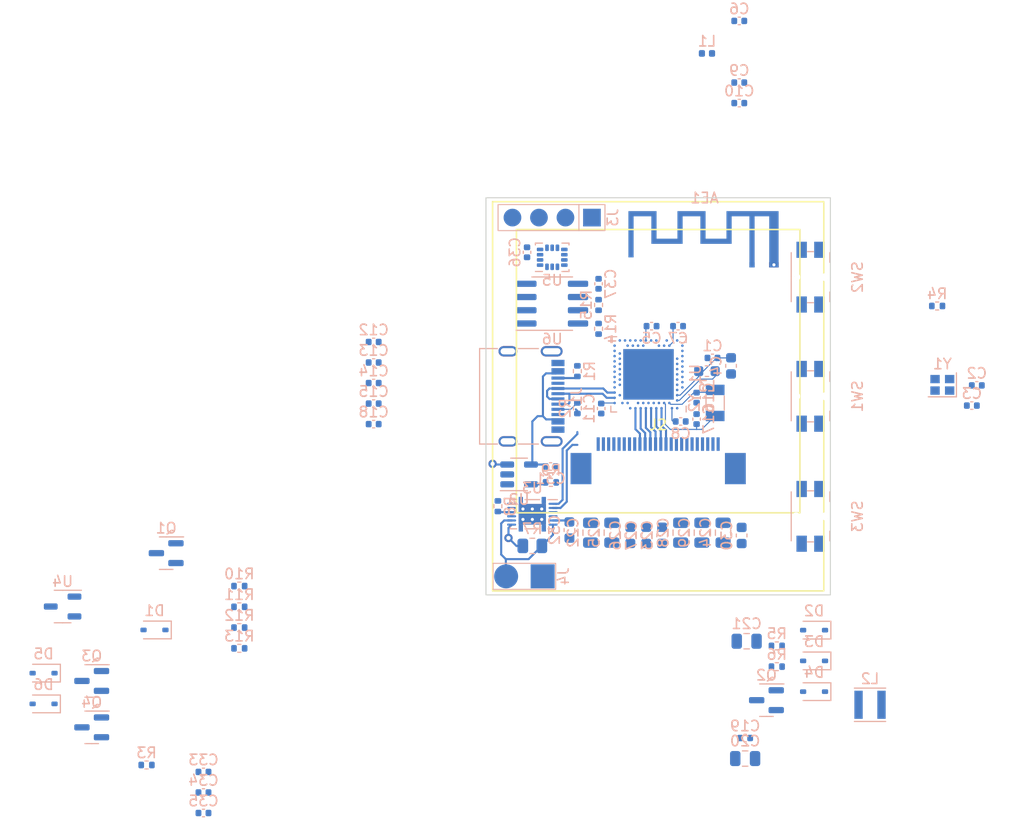
<source format=kicad_pcb>
(kicad_pcb (version 20221018) (generator pcbnew)
  (layers (0 "F.Cu" signal) (31 "B.Cu" signal) (34 "B.Paste" user) (35 "F.Paste" user) (36 "B.SilkS" user "B.Silkscreen") (37 "F.SilkS" user "F.Silkscreen") (38 "B.Mask" user) (39 "F.Mask" user) (44 "Edge.Cuts" user))
  (net 0 "")
  (net 1 "GND")
  (net 2 "Net-(U1-XC1)")
  (net 3 "Net-(U1-XC2)")
  (net 4 "Net-(U1-XL1{slash}P0.00)")
  (net 5 "Net-(U1-XL2{slash}P0.01)")
  (net 6 "VBUS")
  (net 8 "Net-(D2-K)")
  (net 9 "/PREVGL")
  (net 10 "/PREVGH")
  (net 11 "Net-(D4-A)")
  (net 14 "/GDR")
  (net 15 "/RESE")
  (net 16 "Net-(J2-Pin_4)")
  (net 17 "Net-(J2-Pin_5)")
  (net 18 "/EINK_BUSY")
  (net 19 "/EINK_RES")
  (net 20 "/EINK_DC")
  (net 21 "/EINK_CS")
  (net 22 "/EINK_SCLK")
  (net 23 "/EINK_SDI")
  (net 24 "Net-(J2-Pin_18)")
  (net 25 "Net-(J2-Pin_19)")
  (net 26 "Net-(J2-Pin_20)")
  (net 27 "Net-(J2-Pin_22)")
  (net 28 "Net-(J2-Pin_24)")
  (net 29 "/~{RESET}")
  (net 30 "+BATT")
  (net 31 "Net-(J1-CC2)")
  (net 32 "Net-(J1-CC1)")
  (net 36 "Net-(U1-DECUSB)")
  (net 41 "/USB_DN")
  (net 42 "/USB_DP")
  (net 43 "Net-(U1-DCC)")
  (net 44 "Net-(U1-DEC4)")
  (net 47 "Net-(U1-DEC1)")
  (net 48 "Net-(U1-DEC3)")
  (net 49 "Net-(U1-ANT)")
  (net 52 "Net-(U1-DEC5)")
  (net 64 "Net-(AE1-FEED)")
  (net 65 "/SWDIO")
  (net 66 "/SWDCLK")
  (net 72 "Net-(U3-V_{DD})")
  (net 73 "Net-(D5-K)")
  (net 74 "Net-(D5-A)")
  (net 75 "/POWER_BUTTON")
  (net 76 "+3V3")
  (net 77 "Net-(Q1-D)")
  (net 78 "/POWER_LATCH")
  (net 79 "Net-(U3-BIN)")
  (net 80 "Net-(U2-PROG)")
  (net 81 "/VBUS_PRESENT")
  (net 82 "/SDA")
  (net 83 "/SCL")
  (net 84 "/IMU_INT")
  (net 85 "/RTC_INT")
  (net 96 "/UP_BUTTON")
  (net 97 "/DOWN_BUTTON")
  (net 103 "Net-(D1-K)")
  (net 104 "Net-(J4-Pin_2)")
  (footprint "Capacitor_SMD:C_0805_2012Metric" (layer "B.Cu") (at 103.124 114.046 -90)
    (fp_text reference "C28")
    (fp_text value "4u7")
  )
  (footprint "Capacitor_SMD:C_0402_1005Metric" (layer "B.Cu") (at 57.3725 140.938 180)
    (fp_text reference "C35")
    (fp_text value "1u")
  )
  (footprint "Capacitor_SMD:C_0402_1005Metric" (layer "B.Cu") (at 73.688 101.662 180)
    (fp_text reference "C15")
    (fp_text value "100n")
  )
  (footprint "Capacitor_SMD:C_0402_1005Metric" (layer "B.Cu") (at 108.739 70.866 180)
    (fp_text reference "C9")
    (fp_text value "0p8")
  )
  (footprint "Capacitor_SMD:C_0402_1005Metric" (layer "B.Cu") (at 88.392 87.15 -90)
    (fp_text reference "C36")
    (fp_text value "1u")
  )
  (footprint "local:1.54_Epaper_Display" (layer "B.Cu") (at 100.965 107.95 180)
    (fp_text reference "J2")
    (fp_text value "1.54 E-INK")
  )
  (footprint "Capacitor_SMD:C_0603_1608Metric" (layer "B.Cu") (at 92.456 113.792 -90)
    (fp_text reference "C32")
    (fp_text value "470n")
  )
  (footprint "Inductor_SMD:L_0603_1608Metric" (layer "B.Cu") (at 105.6385 98.552)
    (fp_text reference "L3")
    (fp_text value "15u")
  )
  (footprint "local:Battery Pads" (layer "B.Cu") (at 88.138 118.237 90)
    (fp_text reference "J4")
    (fp_text value "Battery")
  )
  (footprint "Capacitor_SMD:C_0402_1005Metric" (layer "B.Cu") (at 106.172 97.282 180)
    (fp_text reference "C1")
    (fp_text value "1u")
  )
  (footprint "Package_TO_SOT_SMD:SOT-23-3" (layer "B.Cu") (at 43.8675 121.13 180)
    (fp_text reference "U4")
    (fp_text value "XC6206PxxxMR")
  )
  (footprint "Package_LGA:LGA-14_3x2.5mm_P0.5mm_LayoutBorder3x4y" (layer "B.Cu") (at 90.805 87.63)
    (fp_text reference "U5")
    (fp_text value "LSM6DS3")
  )
  (footprint "Capacitor_SMD:C_0402_1005Metric" (layer "B.Cu") (at 73.688 99.692 180)
    (fp_text reference "C14")
    (fp_text value "100n")
  )
  (footprint "Resistor_SMD:R_0402_1005Metric" (layer "B.Cu") (at 90.678 109.22 180)
    (fp_text reference "R9")
    (fp_text value "2K2")
  )
  (footprint "Capacitor_SMD:C_0402_1005Metric" (layer "B.Cu") (at 131.5125 99.918 180)
    (fp_text reference "C2")
    (fp_text value "12p")
  )
  (footprint "Capacitor_SMD:C_0402_1005Metric" (layer "B.Cu") (at 95.25 90.17 90)
    (fp_text reference "C37")
    (fp_text value "1u")
  )
  (footprint "Package_SO:SOIC-8_3.9x4.9mm_P1.27mm" (layer "B.Cu") (at 90.805 92.075)
    (fp_text reference "U6")
    (fp_text value "DS3231MZ")
  )
  (footprint "Capacitor_SMD:C_0402_1005Metric" (layer "B.Cu") (at 73.688 97.722 180)
    (fp_text reference "C13")
    (fp_text value "4u7")
  )
  (footprint "Resistor_SMD:R_0805_2012Metric" (layer "B.Cu") (at 88.9 115.316 180)
    (fp_text reference "R7")
    (fp_text value "R01 1%")
  )
  (footprint "Resistor_SMD:R_0402_1005Metric" (layer "B.Cu") (at 93.218 98.55 90)
    (fp_text reference "R1")
    (fp_text value "5K1")
  )
  (footprint "Capacitor_SMD:C_0402_1005Metric" (layer "B.Cu") (at 104.648 101.092 90)
    (fp_text reference "C16")
    (fp_text value "6p8")
  )
  (footprint "RF_Antenna:Texas_SWRA117D_2.4GHz_Right" (layer "B.Cu") (at 109.96 88.35 180)
    (fp_text reference "AE1")
    (fp_text value "Antenna_PCB")
  )
  (footprint "Crystal:Crystal_SMD_2016-4Pin_2.0x1.6mm" (layer "B.Cu") (at 128.208 99.864 180)
    (fp_text reference "Y1")
    (fp_text value "32MHz 8pF ±10ppm")
  )
  (footprint "Package_TO_SOT_SMD:SOT-23" (layer "B.Cu") (at 46.6575 132.72 180)
    (fp_text reference "Q4")
    (fp_text value "AO3401A")
  )
  (footprint "Button_Switch_SMD:Panasonic_EVQPUL_EVQPUC" (layer "B.Cu") (at 115.57 100.965 90)
    (fp_text reference "SW1")
    (fp_text value "SW_Push")
  )
  (footprint "Capacitor_SMD:C_0805_2012Metric" (layer "B.Cu") (at 105.156 114.046 -90)
    (fp_text reference "C29")
    (fp_text value "4u7")
  )
  (footprint "Resistor_SMD:R_0402_1005Metric" (layer "B.Cu") (at 112.335 126.896 180)
    (fp_text reference "R6")
    (fp_text value "0R47")
  )
  (footprint "Capacitor_SMD:C_0603_1608Metric" (layer "B.Cu") (at 98.298 114.3 -90)
    (fp_text reference "C26")
    (fp_text value "1u")
  )
  (footprint "Capacitor_SMD:C_0402_1005Metric" (layer "B.Cu") (at 73.688 95.752 180)
    (fp_text reference "C12")
    (fp_text value "1u")
  )
  (footprint "Package_TO_SOT_SMD:SOT-23-5" (layer "B.Cu") (at 87.63 108.458)
    (fp_text reference "U2")
    (fp_text value "TP4054")
  )
  (footprint "Package_DFN_QFN:Nordic_AQFN-73-1EP_7x7mm_P0.5mm" (layer "B.Cu") (at 100.036 98.858 90)
    (fp_text reference "U1")
    (fp_text value "nRF52840")
  )
  (footprint "Capacitor_SMD:C_0603_1608Metric" (layer "B.Cu") (at 99.822 114.3 -90)
    (fp_text reference "C27")
    (fp_text value "1u")
  )
  (footprint "Capacitor_SMD:C_0402_1005Metric" (layer "B.Cu") (at 109.30288 133.745 180)
    (fp_text reference "C19")
    (fp_text value "4u7")
  )
  (footprint "Resistor_SMD:R_0402_1005Metric" (layer "B.Cu") (at 95.25 94.488 90)
    (fp_text reference "R14")
    (fp_text value "10K")
  )
  (footprint "Capacitor_SMD:C_0402_1005Metric" (layer "B.Cu") (at 73.688 103.632 180)
    (fp_text reference "C18")
    (fp_text value "100n")
  )
  (footprint "Resistor_SMD:R_0402_1005Metric" (layer "B.Cu") (at 60.8075 123.15 180)
    (fp_text reference "R12")
    (fp_text value "10K")
  )
  (footprint "Resistor_SMD:R_0402_1005Metric" (layer "B.Cu") (at 60.8075 119.17 180)
    (fp_text reference "R10")
    (fp_text value "100K")
  )
  (footprint "Crystal:Crystal_SMD_3215-2Pin_3.2x1.5mm" (layer "B.Cu") (at 106.426 101.6 -90)
    (fp_text reference "Y2")
    (fp_text value "32.768kHz 6pF ±20ppm")
  )
  (footprint "Resistor_SMD:R_0402_1005Metric" (layer "B.Cu") (at 51.915 136.332 180)
    (fp_text reference "R3")
    (fp_text value "10K")
  )
  (footprint "Capacitor_SMD:C_0402_1005Metric" (layer "B.Cu") (at 131.036 101.854 180)
    (fp_text reference "C3")
    (fp_text value "12p")
  )
  (footprint "Capacitor_SMD:C_0603_1608Metric" (layer "B.Cu") (at 108.966 114.313 -90)
    (fp_text reference "C30")
    (fp_text value "1u")
  )
  (footprint "Diode_SMD:D_SOD-323" (layer "B.Cu") (at 52.675 123.378 180)
    (fp_text reference "D1")
    (fp_text value "1N5819WS")
  )
  (footprint "Diode_SMD:D_SOD-323" (layer "B.Cu") (at 42.0425 127.52 180)
    (fp_text reference "D5")
    (fp_text value "1N5819WS")
  )
  (footprint "Resistor_SMD:R_0402_1005Metric" (layer "B.Cu") (at 93.218 102.108 -90)
    (fp_text reference "R2")
    (fp_text value "5K1")
  )
  (footprint "Capacitor_SMD:C_0402_1005Metric" (layer "B.Cu") (at 108.739 72.836 180)
    (fp_text reference "C10")
    (fp_text value "4u7")
  )
  (footprint "Resistor_SMD:R_0402_1005Metric" (layer "B.Cu") (at 60.8075 125.14 180)
    (fp_text reference "R13")
    (fp_text value "10K")
  )
  (footprint "Capacitor_SMD:C_0402_1005Metric" (layer "B.Cu") (at 103.124 103.378)
    (fp_text reference "C8")
    (fp_text value "100n")
  )
  (footprint "Inductor_SMD:L_0402_1005Metric" (layer "B.Cu") (at 105.641 68.072 180)
    (fp_text reference "L1")
    (fp_text value "4n7")
  )
  (footprint "Capacitor_SMD:C_0402_1005Metric" (layer "B.Cu") (at 90.65 107.696)
    (fp_text reference "C31")
    (fp_text value "1u")
  )
  (footprint "Resistor_SMD:R_0402_1005Metric" (layer "B.Cu") (at 85.598 111.506 90)
    (fp_text reference "R8")
    (fp_text value "10K")
  )
  (footprint "Capacitor_SMD:C_0402_1005Metric" (layer "B.Cu") (at 100.33 94.234)
    (fp_text reference "C5")
    (fp_text value "820p")
  )
  (footprint "Capacitor_SMD:C_0402_1005Metric" (layer "B.Cu") (at 57.3725 136.998 180)
    (fp_text reference "C33")
    (fp_text value "100n")
  )
  (footprint "Capacitor_SMD:C_0402_1005Metric" (layer "B.Cu") (at 57.3725 138.968 180)
    (fp_text reference "C34")
    (fp_text value "1u")
  )
  (footprint "Resistor_SMD:R_0402_1005Metric" (layer "B.Cu") (at 127.71 92.3 180)
    (fp_text reference "R4")
    (fp_text value "10K")
  )
  (footprint "Capacitor_SMD:C_0603_1608Metric" (layer "B.Cu") (at 101.346 114.3 -90)
    (fp_text reference "C23")
    (fp_text value "1u")
  )
  (footprint "Resistor_SMD:R_0402_1005Metric" (layer "B.Cu") (at 60.8075 121.16 180)
    (fp_text reference "R11")
    (fp_text value "1M")
  )
  (footprint "Package_TO_SOT_SMD:SOT-23" (layer "B.Cu") (at 111.345 130.116 180)
    (fp_text reference "Q2")
    (fp_text value "AO3400A")
  )
  (footprint "Capacitor_SMD:C_0805_2012Metric" (layer "B.Cu") (at 109.446 124.46 180)
    (fp_text reference "C21")
    (fp_text value "4u7")
  )
  (footprint "Button_Switch_SMD:Panasonic_EVQPUL_EVQPUC" (layer "B.Cu") (at 115.57 89.535 90)
    (fp_text reference "SW2")
    (fp_text value "SW_Push")
  )
  (footprint "Capacitor_SMD:C_0402_1005Metric" (layer "B.Cu") (at 104.648 103.152 90)
    (fp_text reference "C17")
    (fp_text value "6p8")
  )
  (footprint "Capacitor_SMD:C_0603_1608Metric" (layer "B.Cu") (at 107.95 98.044 -90)
    (fp_text reference "C4")
    (fp_text value "47n")
  )
  (footprint "Inductor_SMD:L_Taiyo-Yuden_MD-3030" (layer "B.Cu") (at 121.27438 130.556 180)
    (fp_text reference "L2")
    (fp_text value "10u")
  )
  (footprint "Diode_SMD:D_SOD-323" (layer "B.Cu") (at 115.91 129.296 180)
    (fp_text reference "D4")
    (fp_text value "1N5819WS")
  )
  (footprint "Capacitor_SMD:C_0805_2012Metric" (layer "B.Cu") (at 96.52 114.046 -90)
    (fp_text reference "C25")
    (fp_text value "4u7")
  )
  (footprint "Capacitor_SMD:C_0402_1005Metric" (layer "B.Cu") (at 108.739 64.956 180)
    (fp_text reference "C6")
    (fp_text value "0p5")
  )
  (footprint "Capacitor_SMD:C_0402_1005Metric" (layer "B.Cu") (at 95.504 102.136 -90)
    (fp_text reference "C11")
    (fp_text value "4u7")
  )
  (footprint "local:Program_Pads" (layer "B.Cu") (at 94.615 83.82 90)
    (fp_text reference "J3")
    (fp_text value "Conn_01x04")
  )
  (footprint "Button_Switch_SMD:Panasonic_EVQPUL_EVQPUC" (layer "B.Cu") (at 115.57 112.48 90)
    (fp_text reference "SW3")
    (fp_text value "SW_Push")
  )
  (footprint "Connector_USB:USB_C_Receptacle_G-Switch_GT-USB-7010ASV" (layer "B.Cu") (at 87.63 100.965 90)
    (fp_text reference "J1")
    (fp_text value "USB_C_Receptacle_USB2.0")
  )
  (footprint "Diode_SMD:D_SOD-323" (layer "B.Cu") (at 42.0425 130.47 180)
    (fp_text reference "D6")
    (fp_text value "1N5819WS")
  )
  (footprint "Package_TO_SOT_SMD:SOT-23" (layer "B.Cu") (at 46.6575 128.27 180)
    (fp_text reference "Q3")
    (fp_text value "AO3400A")
  )
  (footprint "Resistor_SMD:R_0402_1005Metric" (layer "B.Cu") (at 112.335 124.906 180)
    (fp_text reference "R5")
    (fp_text value "10K")
  )
  (footprint "Capacitor_SMD:C_0402_1005Metric" (layer "B.Cu") (at 102.87 94.234)
    (fp_text reference "C7")
    (fp_text value "100p")
  )
  (footprint "Package_TO_SOT_SMD:SOT-23" (layer "B.Cu") (at 53.795 116.012 180)
    (fp_text reference "Q1")
    (fp_text value "AO3401A")
  )
  (footprint "Diode_SMD:D_SOD-323" (layer "B.Cu") (at 115.91 123.396 180)
    (fp_text reference "D2")
    (fp_text value "1N5819WS")
  )
  (footprint "Capacitor_SMD:C_0805_2012Metric" (layer "B.Cu") (at 107.188 114.046 -90)
    (fp_text reference "C24")
    (fp_text value "4u7")
  )
  (footprint "Package_SON:Texas_S-PDSO-N12" (layer "B.Cu") (at 88.9 112.276 180)
    (fp_text reference "U3")
    (fp_text value "BQ27441DRZR-G1A")
  )
  (footprint "Capacitor_SMD:C_0805_2012Metric" (layer "B.Cu") (at 109.30288 135.715 180)
    (fp_text reference "C20")
    (fp_text value "4u7")
  )
  (footprint "Capacitor_SMD:C_0805_2012Metric" (layer "B.Cu") (at 94.488 114.046 -90)
    (fp_text reference "C22")
    (fp_text value "4u7")
  )
  (footprint "Resistor_SMD:R_0402_1005Metric" (layer "B.Cu") (at 95.25 92.202 -90)
    (fp_text reference "R15")
    (fp_text value "10K")
  )
  (footprint "Diode_SMD:D_SOD-323" (layer "B.Cu") (at 115.91 126.346 180)
    (fp_text reference "D3")
    (fp_text value "1N5819WS")
  )
  (gr_rect (start 85.09 82.296) (end 116.84 119.634) (stroke (width 0.15)) (fill none) (layer "F.SilkS"))
  (gr_rect (start 87.376 84.963) (end 114.554 112.141) (stroke (width 0.15)) (fill none) (layer "F.SilkS"))
  (gr_rect (start 84.455 81.915) (end 117.475 120.015) (stroke (width 0.1)) (fill none) (layer "Edge.Cuts"))
  (segment (start 104.636 101.132) (end 104.648 101.12) (width 0.1) (layer "B.Cu") (net 1))
  (segment (start 93.218 102.362) (end 93.071 102.215) (width 0.2) (layer "B.Cu") (net 1))
  (segment (start 104.648 101.12) (end 104.874 101.12) (width 0.1) (layer "B.Cu") (net 1))
  (segment (start 106.192 100.584) (end 106.426 100.35) (width 0.1) (layer "B.Cu") (net 4))
  (segment (start 102.036 101.608) (end 102.161 101.733) (width 0.1) (layer "B.Cu") (net 4))
  (segment (start 102.161 101.733) (end 103.257 101.733) (width 0.1) (layer "B.Cu") (net 4))
  (segment (start 104.378 100.612) (end 104.648 100.612) (width 0.1) (layer "B.Cu") (net 4))
  (segment (start 104.648 100.612) (end 104.676 100.584) (width 0.1) (layer "B.Cu") (net 4))
  (segment (start 104.676 100.584) (end 106.192 100.584) (width 0.1) (layer "B.Cu") (net 4))
  (segment (start 103.257 101.733) (end 104.378 100.612) (width 0.1) (layer "B.Cu") (net 4))
  (segment (start 104.648 103.632) (end 104.648 104.14) (width 0.1) (layer "B.Cu") (net 5))
  (segment (start 102.128404 104.14) (end 104.648 104.14) (width 0.1) (layer "B.Cu") (net 5))
  (segment (start 104.648 104.14) (end 105.136 104.14) (width 0.1) (layer "B.Cu") (net 5))
  (segment (start 101.661 103.672596) (end 102.128404 104.14) (width 0.1) (layer "B.Cu") (net 5))
  (segment (start 105.136 104.14) (end 106.426 102.85) (width 0.1) (layer "B.Cu") (net 5))
  (segment (start 101.661 101.733) (end 101.661 103.672596) (width 0.1) (layer "B.Cu") (net 5))
  (segment (start 101.536 101.608) (end 101.661 101.733) (width 0.1) (layer "B.Cu") (net 5))
  (segment (start 95.552 101.608) (end 96.786 101.608) (width 0.1) (layer "B.Cu") (net 6))
  (segment (start 91.155 98.765) (end 91.355 98.565) (width 0.2) (layer "B.Cu") (net 6))
  (segment (start 89.408 102.87) (end 88.9 103.378) (width 0.2) (layer "B.Cu") (net 6))
  (segment (start 95.504 101.656) (end 95.552 101.608) (width 0.1) (layer "B.Cu") (net 6))
  (segment (start 89.916 102.87) (end 89.408 102.87) (width 0.2) (layer "B.Cu") (net 6))
  (segment (start 90.226 103.18) (end 89.916 102.87) (width 0.2) (layer "B.Cu") (net 6))
  (segment (start 89.982 107.508) (end 88.7675 107.508) (width 0.2) (layer "B.Cu") (net 6))
  (segment (start 88.9 107.3755) (end 88.7675 107.508) (width 0.2) (layer "B.Cu") (net 6))
  (segment (start 89.916 99.06) (end 90.211 98.765) (width 0.2) (layer "B.Cu") (net 6))
  (segment (start 90.17 107.696) (end 89.982 107.508) (width 0.2) (layer "B.Cu") (net 6))
  (segment (start 91.355 103.365) (end 91.17 103.18) (width 0.2) (layer "B.Cu") (net 6))
  (segment (start 90.211 98.765) (end 91.155 98.765) (width 0.2) (layer "B.Cu") (net 6))
  (segment (start 89.916 102.87) (end 89.916 99.06) (width 0.2) (layer "B.Cu") (net 6))
  (segment (start 91.17 103.18) (end 90.226 103.18) (width 0.2) (layer "B.Cu") (net 6))
  (segment (start 88.9 103.378) (end 88.9 107.3755) (width 0.2) (layer "B.Cu") (net 6))
  (segment (start 98.786 104.121) (end 99.215 104.55) (width 0.2) (layer "B.Cu") (net 18))
  (segment (start 99.215 104.55) (end 99.215 105.55) (width 0.2) (layer "B.Cu") (net 18))
  (segment (start 98.786 102.108) (end 98.786 104.121) (width 0.2) (layer "B.Cu") (net 18))
  (segment (start 99.286 104.055314) (end 99.286 102.108) (width 0.2) (layer "B.Cu") (net 19))
  (segment (start 99.715 104.484314) (end 99.286 104.055314) (width 0.2) (layer "B.Cu") (net 19))
  (segment (start 99.715 105.55) (end 99.715 104.484314) (width 0.2) (layer "B.Cu") (net 19))
  (segment (start 99.786 103.989628) (end 100.215 104.418628) (width 0.2) (layer "B.Cu") (net 20))
  (segment (start 100.215 104.418628) (end 100.215 105.55) (width 0.2) (layer "B.Cu") (net 20))
  (segment (start 99.786 102.108) (end 99.786 103.989628) (width 0.2) (layer "B.Cu") (net 20))
  (segment (start 100.286 102.108) (end 100.286 103.923942) (width 0.2) (layer "B.Cu") (net 21))
  (segment (start 100.715 104.352942) (end 100.715 105.55) (width 0.2) (layer "B.Cu") (net 21))
  (segment (start 100.286 103.923942) (end 100.715 104.352942) (width 0.2) (layer "B.Cu") (net 21))
  (segment (start 100.786 102.108) (end 100.786 103.858256) (width 0.2) (layer "B.Cu") (net 22))
  (segment (start 100.786 103.858256) (end 101.215 104.287256) (width 0.2) (layer "B.Cu") (net 22))
  (segment (start 101.215 104.287256) (end 101.215 105.55) (width 0.2) (layer "B.Cu") (net 22))
  (segment (start 101.286 103.79257) (end 101.715 104.22157) (width 0.2) (layer "B.Cu") (net 23))
  (segment (start 101.286 102.108) (end 101.286 103.79257) (width 0.2) (layer "B.Cu") (net 23))
  (segment (start 101.715 104.22157) (end 101.715 105.55) (width 0.2) (layer "B.Cu") (net 23))
  (via (at 86.614 114.554) (size 0.8) (drill 0.4) (layers "F.Cu" "B.Cu") (net 30))
  (via (at 85.09 107.442) (size 0.8) (drill 0.4) (layers "F.Cu" "B.Cu") (net 30))
  (segment (start 85.156 107.508) (end 85.09 107.442) (width 0.2) (layer "B.Cu") (net 30))
  (segment (start 86.614 113.587) (end 86.925 113.276) (width 0.2) (layer "B.Cu") (net 30))
  (segment (start 86.614 114.554) (end 86.614 113.587) (width 0.2) (layer "B.Cu") (net 30))
  (segment (start 87.376 115.316) (end 87.9875 115.316) (width 0.2) (layer "B.Cu") (net 30))
  (segment (start 86.614 114.554) (end 87.376 115.316) (width 0.2) (layer "B.Cu") (net 30))
  (segment (start 86.4925 107.508) (end 85.156 107.508) (width 0.2) (layer "B.Cu") (net 30))
  (segment (start 91.355 99.215) (end 93.063 99.215) (width 0.2) (layer "B.Cu") (net 31))
  (segment (start 93.063 99.215) (end 93.218 99.06) (width 0.2) (layer "B.Cu") (net 31))
  (segment (start 93.193026 101.598) (end 93.218 101.598) (width 0.1) (layer "B.Cu") (net 32))
  (segment (start 91.355 102.215) (end 92.576026 102.215) (width 0.1) (layer "B.Cu") (net 32))
  (segment (start 92.576026 102.215) (end 93.193026 101.598) (width 0.1) (layer "B.Cu") (net 32))
  (segment (start 96.028 101.108) (end 96.786 101.108) (width 0.2) (layer "B.Cu") (net 41))
  (segment (start 91.355 100.715) (end 95.635 100.715) (width 0.2) (layer "B.Cu") (net 41))
  (segment (start 91.355 100.715) (end 92.456 100.715) (width 0.2) (layer "B.Cu") (net 41))
  (segment (start 92.456 100.715) (end 92.456 101.6) (width 0.2) (layer "B.Cu") (net 41))
  (segment (start 92.341 101.715) (end 91.355 101.715) (width 0.2) (layer "B.Cu") (net 41))
  (segment (start 95.635 100.715) (end 96.028 101.108) (width 0.2) (layer "B.Cu") (net 41))
  (segment (start 92.456 101.6) (end 92.341 101.715) (width 0.2) (layer "B.Cu") (net 41))
  (segment (start 90.539 100.215) (end 90.316 100.438) (width 0.2) (layer "B.Cu") (net 42))
  (segment (start 90.316 100.984) (end 90.547 101.215) (width 0.2) (layer "B.Cu") (net 42))
  (segment (start 91.355 100.215) (end 95.700685 100.215) (width 0.2) (layer "B.Cu") (net 42))
  (segment (start 96.093685 100.608) (end 96.786 100.608) (width 0.2) (layer "B.Cu") (net 42))
  (segment (start 90.547 101.215) (end 91.355 101.215) (width 0.2) (layer "B.Cu") (net 42))
  (segment (start 91.355 100.215) (end 90.539 100.215) (width 0.2) (layer "B.Cu") (net 42))
  (segment (start 95.700685 100.215) (end 96.093685 100.608) (width 0.2) (layer "B.Cu") (net 42))
  (segment (start 90.316 100.438) (end 90.316 100.984) (width 0.2) (layer "B.Cu") (net 42))
  (segment (start 102.786 101.358) (end 102.990595 101.358) (width 0.1) (layer "B.Cu") (net 43))
  (segment (start 106.426 99.06) (end 106.426 98.552) (width 0.1) (layer "B.Cu") (net 43))
  (segment (start 106.172 99.314) (end 106.426 99.06) (width 0.1) (layer "B.Cu") (net 43))
  (segment (start 102.990595 101.358) (end 105.034595 99.314) (width 0.1) (layer "B.Cu") (net 43))
  (segment (start 105.034595 99.314) (end 106.172 99.314) (width 0.1) (layer "B.Cu") (net 43))
  (segment (start 107.937 97.282) (end 107.95 97.269) (width 0.1) (layer "B.Cu") (net 44))
  (segment (start 106.652 97.282) (end 107.937 97.282) (width 0.1) (layer "B.Cu") (net 44))
  (segment (start 106.558087 97.282) (end 106.652 97.282) (width 0.1) (layer "B.Cu") (net 44))
  (segment (start 102.786 100.858) (end 103.066331 100.858) (width 0.1) (layer "B.Cu") (net 44))
  (segment (start 105.288087 98.552) (end 106.558087 97.282) (width 0.1) (layer "B.Cu") (net 44))
  (segment (start 104.851 98.552) (end 105.288087 98.552) (width 0.1) (layer "B.Cu") (net 44))
  (segment (start 104.851 99.073331) (end 104.851 98.552) (width 0.1) (layer "B.Cu") (net 44))
  (segment (start 103.066331 100.858) (end 104.851 99.073331) (width 0.1) (layer "B.Cu") (net 44))
  (segment (start 102.286 102.108) (end 102.286 103.274) (width 0.1) (layer "B.Cu") (net 47))
  (segment (start 102.286 103.274) (end 102.39 103.378) (width 0.1) (layer "B.Cu") (net 47))
  (segment (start 102.036 96.108) (end 102.39 95.754) (width 0.1) (layer "B.Cu") (net 48))
  (segment (start 102.39 95.754) (end 102.39 94.234) (width 0.1) (layer "B.Cu") (net 48))
  (segment (start 99.786 94.298) (end 99.786 95.608) (width 0.1) (layer "B.Cu") (net 52))
  (segment (start 99.85 94.234) (end 99.786 94.298) (width 0.1) (layer "B.Cu") (net 52))
  (segment (start 92.456 113.017) (end 92.315 112.876) (width 0.2) (layer "B.Cu") (net 72))
  (segment (start 92.315 112.876) (end 90.875 112.876) (width 0.2) (layer "B.Cu") (net 72))
  (segment (start 92.636 112.876) (end 92.71 112.802) (width 0.2) (layer "B.Cu") (net 72))
  (segment (start 85.658 112.076) (end 86.925 112.076) (width 0.2) (layer "B.Cu") (net 79))
  (segment (start 85.598 112.016) (end 85.658 112.076) (width 0.2) (layer "B.Cu") (net 79))
  (segment (start 88.7675 109.408) (end 89.98 109.408) (width 0.2) (layer "B.Cu") (net 80))
  (segment (start 89.98 109.408) (end 90.168 109.22) (width 0.2) (layer "B.Cu") (net 80))
  (segment (start 90.875 111.276) (end 91.416 111.276) (width 0.2) (layer "B.Cu") (net 82))
  (segment (start 91.416 111.276) (end 91.802 110.89) (width 0.2) (layer "B.Cu") (net 82))
  (segment (start 93.216 104.583314) (end 93.216 104.394) (width 0.2) (layer "B.Cu") (net 82))
  (segment (start 91.802 105.997315) (end 93.216 104.583314) (width 0.2) (layer "B.Cu") (net 82))
  (segment (start 91.802 110.89) (end 91.802 105.997315) (width 0.2) (layer "B.Cu") (net 82))
  (segment (start 91.6 111.676) (end 92.202 111.074) (width 0.2) (layer "B.Cu") (net 83))
  (segment (start 90.875 111.676) (end 91.6 111.676) (width 0.2) (layer "B.Cu") (net 83))
  (segment (start 92.202 111.074) (end 92.202 106.163) (width 0.2) (layer "B.Cu") (net 83))
  (segment (start 92.202 106.163) (end 92.743 105.622) (width 0.2) (layer "B.Cu") (net 83))
  (segment (start 92.743 105.622) (end 93.218 105.622) (width 0.2) (layer "B.Cu") (net 83))
  (segment (start 88.5425 116.586) (end 90.875 114.2535) (width 0.2) (layer "B.Cu") (net 104))
  (segment (start 86.925 112.876) (end 86.2 112.876) (width 0.2) (layer "B.Cu") (net 104))
  (segment (start 85.914 113.162) (end 85.914 116.14) (width 0.2) (layer "B.Cu") (net 104))
  (segment (start 85.914 116.14) (end 86.36 116.586) (width 0.2) (layer "B.Cu") (net 104))
  (segment (start 86.36 116.586) (end 86.36 118.209) (width 0.2) (layer "B.Cu") (net 104))
  (segment (start 86.36 116.586) (end 88.5425 116.586) (width 0.2) (layer "B.Cu") (net 104))
  (segment (start 86.2 112.876) (end 85.914 113.162) (width 0.2) (layer "B.Cu") (net 104))
  (segment (start 90.875 114.2535) (end 90.875 113.276) (width 0.2) (layer "B.Cu") (net 104))
  (segment (start 86.36 118.209) (end 86.388 118.237) (width 0.2) (layer "B.Cu") (net 104))
)
</source>
